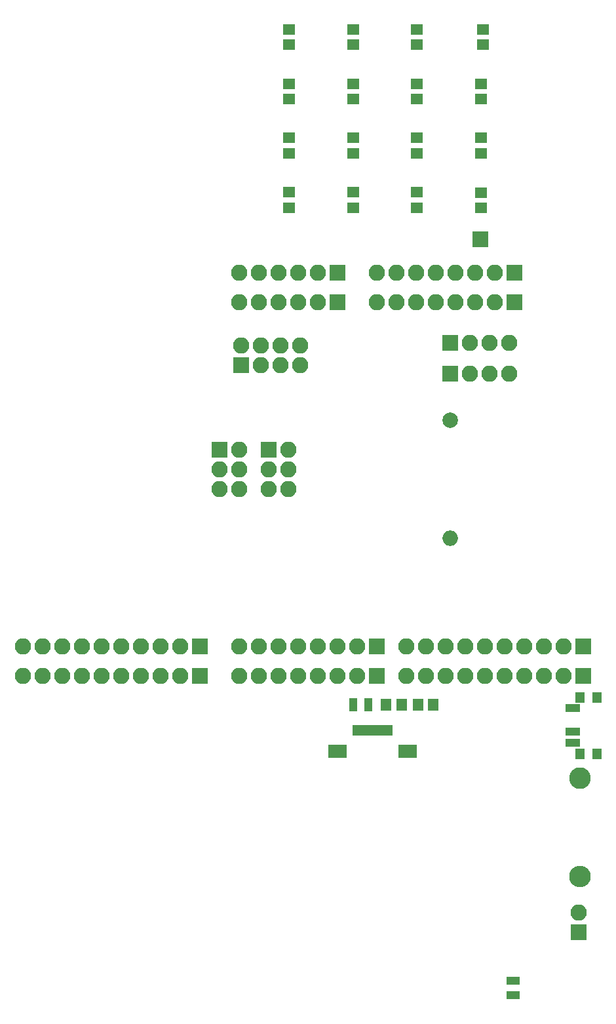
<source format=gbs>
G04 #@! TF.FileFunction,Soldermask,Bot*
%FSLAX46Y46*%
G04 Gerber Fmt 4.6, Leading zero omitted, Abs format (unit mm)*
G04 Created by KiCad (PCBNEW 4.0.7-e2-6376~58~ubuntu14.04.1) date Tue Sep  5 20:37:50 2017*
%MOMM*%
%LPD*%
G01*
G04 APERTURE LIST*
%ADD10C,0.100000*%
%ADD11R,1.900000X1.100000*%
%ADD12R,1.200000X1.400000*%
%ADD13C,2.800000*%
%ADD14O,2.800000X2.800000*%
%ADD15R,1.650000X1.400000*%
%ADD16R,1.400000X1.650000*%
%ADD17R,2.100000X2.100000*%
%ADD18O,2.100000X2.100000*%
%ADD19R,0.700000X1.400000*%
%ADD20R,2.400000X1.700000*%
%ADD21R,1.700000X1.100000*%
%ADD22R,1.100000X1.700000*%
%ADD23C,2.000000*%
%ADD24O,2.000000X2.000000*%
G04 APERTURE END LIST*
D10*
D11*
X154900000Y-121650000D03*
X154900000Y-120150000D03*
X154900000Y-117150000D03*
D12*
X158000000Y-115750000D03*
X155800000Y-115750000D03*
X155800000Y-123050000D03*
X158000000Y-123050000D03*
D13*
X155800000Y-126200000D03*
D14*
X155800000Y-138900000D03*
D15*
X118250000Y-29500000D03*
X118250000Y-31500000D03*
X126500000Y-29500000D03*
X126500000Y-31500000D03*
X134750000Y-29500000D03*
X134750000Y-31500000D03*
X143250000Y-29500000D03*
X143250000Y-31500000D03*
X118250000Y-36500000D03*
X118250000Y-38500000D03*
X126500000Y-36500000D03*
X126500000Y-38500000D03*
X134750000Y-36500000D03*
X134750000Y-38500000D03*
X143000000Y-36500000D03*
X143000000Y-38500000D03*
X118250000Y-43500000D03*
X118250000Y-45500000D03*
X126500000Y-43500000D03*
X126500000Y-45500000D03*
X134750000Y-43500000D03*
X134750000Y-45500000D03*
X143010000Y-45500000D03*
X143010000Y-43500000D03*
X118250000Y-52500000D03*
X118250000Y-50500000D03*
X126510000Y-52500000D03*
X126510000Y-50500000D03*
X134750000Y-52500000D03*
X134750000Y-50500000D03*
D16*
X132750000Y-116750000D03*
X130750000Y-116750000D03*
X134850000Y-116750000D03*
X136850000Y-116750000D03*
D17*
X112014000Y-72898000D03*
D18*
X112014000Y-70358000D03*
X114554000Y-72898000D03*
X114554000Y-70358000D03*
X117094000Y-72898000D03*
X117094000Y-70358000D03*
X119634000Y-72898000D03*
X119634000Y-70358000D03*
D17*
X139000000Y-70000000D03*
D18*
X141540000Y-70000000D03*
X144080000Y-70000000D03*
X146620000Y-70000000D03*
D17*
X147320000Y-60960000D03*
D18*
X144780000Y-60960000D03*
X142240000Y-60960000D03*
X139700000Y-60960000D03*
X137160000Y-60960000D03*
X134620000Y-60960000D03*
X132080000Y-60960000D03*
X129540000Y-60960000D03*
D17*
X147320000Y-64770000D03*
D18*
X144780000Y-64770000D03*
X142240000Y-64770000D03*
X139700000Y-64770000D03*
X137160000Y-64770000D03*
X134620000Y-64770000D03*
X132080000Y-64770000D03*
X129540000Y-64770000D03*
D17*
X156210000Y-113030000D03*
D18*
X153670000Y-113030000D03*
X151130000Y-113030000D03*
X148590000Y-113030000D03*
X146050000Y-113030000D03*
X143510000Y-113030000D03*
X140970000Y-113030000D03*
X138430000Y-113030000D03*
X135890000Y-113030000D03*
X133350000Y-113030000D03*
D17*
X156210000Y-109220000D03*
D18*
X153670000Y-109220000D03*
X151130000Y-109220000D03*
X148590000Y-109220000D03*
X146050000Y-109220000D03*
X143510000Y-109220000D03*
X140970000Y-109220000D03*
X138430000Y-109220000D03*
X135890000Y-109220000D03*
X133350000Y-109220000D03*
D17*
X129540000Y-113030000D03*
D18*
X127000000Y-113030000D03*
X124460000Y-113030000D03*
X121920000Y-113030000D03*
X119380000Y-113030000D03*
X116840000Y-113030000D03*
X114300000Y-113030000D03*
X111760000Y-113030000D03*
D17*
X129540000Y-109220000D03*
D18*
X127000000Y-109220000D03*
X124460000Y-109220000D03*
X121920000Y-109220000D03*
X119380000Y-109220000D03*
X116840000Y-109220000D03*
X114300000Y-109220000D03*
X111760000Y-109220000D03*
D17*
X124460000Y-60960000D03*
D18*
X121920000Y-60960000D03*
X119380000Y-60960000D03*
X116840000Y-60960000D03*
X114300000Y-60960000D03*
X111760000Y-60960000D03*
D17*
X124460000Y-64770000D03*
D18*
X121920000Y-64770000D03*
X119380000Y-64770000D03*
X116840000Y-64770000D03*
X114300000Y-64770000D03*
X111760000Y-64770000D03*
D17*
X106680000Y-113030000D03*
D18*
X104140000Y-113030000D03*
X101600000Y-113030000D03*
X99060000Y-113030000D03*
X96520000Y-113030000D03*
X93980000Y-113030000D03*
X91440000Y-113030000D03*
X88900000Y-113030000D03*
X86360000Y-113030000D03*
X83820000Y-113030000D03*
D17*
X106680000Y-109220000D03*
D18*
X104140000Y-109220000D03*
X101600000Y-109220000D03*
X99060000Y-109220000D03*
X96520000Y-109220000D03*
X93980000Y-109220000D03*
X91440000Y-109220000D03*
X88900000Y-109220000D03*
X86360000Y-109220000D03*
X83820000Y-109220000D03*
D17*
X139000000Y-74000000D03*
D18*
X141540000Y-74000000D03*
X144080000Y-74000000D03*
X146620000Y-74000000D03*
D17*
X109220000Y-83820000D03*
D18*
X111760000Y-83820000D03*
X109220000Y-86360000D03*
X111760000Y-86360000D03*
X109220000Y-88900000D03*
X111760000Y-88900000D03*
D17*
X115570000Y-83820000D03*
D18*
X118110000Y-83820000D03*
X115570000Y-86360000D03*
X118110000Y-86360000D03*
X115570000Y-88900000D03*
X118110000Y-88900000D03*
D19*
X131250000Y-120000000D03*
X130750000Y-120000000D03*
X130250000Y-120000000D03*
X129750000Y-120000000D03*
X129250000Y-120000000D03*
X128750000Y-120000000D03*
X128250000Y-120000000D03*
X127750000Y-120000000D03*
X127250000Y-120000000D03*
X126750000Y-120000000D03*
D20*
X133550000Y-122700000D03*
X124450000Y-122700000D03*
D17*
X155600000Y-146100000D03*
D18*
X155600000Y-143560000D03*
D21*
X147200000Y-154250000D03*
X147200000Y-152350000D03*
D22*
X126550000Y-116750000D03*
X128450000Y-116750000D03*
D23*
X139000000Y-80000000D03*
D24*
X139000000Y-95240000D03*
D17*
X142900000Y-56600000D03*
D15*
X143000000Y-52560000D03*
X143000000Y-50560000D03*
M02*

</source>
